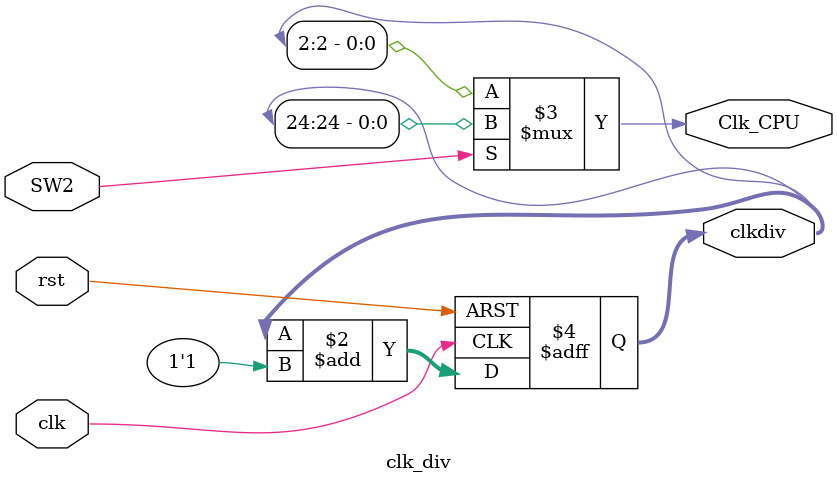
<source format=v>
`timescale 1ns / 1ps
module clk_div(input clk,
					input rst,
					input SW2,
					output reg[31:0]clkdiv,
					output Clk_CPU
					);
					
// Clock divider-Ê±ÖÓ·ÖÆµÆ÷


	always @ (posedge clk or posedge rst) begin 
		if (rst) clkdiv <= 0; else clkdiv <= clkdiv + 1'b1; end
		
	assign Clk_CPU=(SW2)? clkdiv[24] : clkdiv[2];
		
endmodule
</source>
